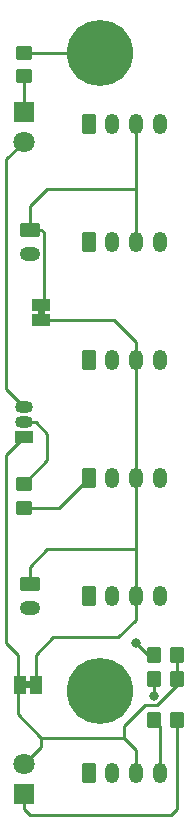
<source format=gbr>
%TF.GenerationSoftware,KiCad,Pcbnew,7.0.2*%
%TF.CreationDate,2023-07-26T10:45:45-04:00*%
%TF.ProjectId,i2csplitter,69326373-706c-4697-9474-65722e6b6963,rev?*%
%TF.SameCoordinates,Original*%
%TF.FileFunction,Copper,L1,Top*%
%TF.FilePolarity,Positive*%
%FSLAX46Y46*%
G04 Gerber Fmt 4.6, Leading zero omitted, Abs format (unit mm)*
G04 Created by KiCad (PCBNEW 7.0.2) date 2023-07-26 10:45:45*
%MOMM*%
%LPD*%
G01*
G04 APERTURE LIST*
G04 Aperture macros list*
%AMRoundRect*
0 Rectangle with rounded corners*
0 $1 Rounding radius*
0 $2 $3 $4 $5 $6 $7 $8 $9 X,Y pos of 4 corners*
0 Add a 4 corners polygon primitive as box body*
4,1,4,$2,$3,$4,$5,$6,$7,$8,$9,$2,$3,0*
0 Add four circle primitives for the rounded corners*
1,1,$1+$1,$2,$3*
1,1,$1+$1,$4,$5*
1,1,$1+$1,$6,$7*
1,1,$1+$1,$8,$9*
0 Add four rect primitives between the rounded corners*
20,1,$1+$1,$2,$3,$4,$5,0*
20,1,$1+$1,$4,$5,$6,$7,0*
20,1,$1+$1,$6,$7,$8,$9,0*
20,1,$1+$1,$8,$9,$2,$3,0*%
G04 Aperture macros list end*
%TA.AperFunction,ComponentPad*%
%ADD10RoundRect,0.250000X-0.350000X-0.625000X0.350000X-0.625000X0.350000X0.625000X-0.350000X0.625000X0*%
%TD*%
%TA.AperFunction,ComponentPad*%
%ADD11O,1.200000X1.750000*%
%TD*%
%TA.AperFunction,SMDPad,CuDef*%
%ADD12RoundRect,0.250000X-0.350000X-0.450000X0.350000X-0.450000X0.350000X0.450000X-0.350000X0.450000X0*%
%TD*%
%TA.AperFunction,ComponentPad*%
%ADD13R,1.800000X1.800000*%
%TD*%
%TA.AperFunction,ComponentPad*%
%ADD14C,1.800000*%
%TD*%
%TA.AperFunction,ComponentPad*%
%ADD15R,1.500000X1.050000*%
%TD*%
%TA.AperFunction,ComponentPad*%
%ADD16O,1.500000X1.050000*%
%TD*%
%TA.AperFunction,ComponentPad*%
%ADD17C,5.600000*%
%TD*%
%TA.AperFunction,SMDPad,CuDef*%
%ADD18RoundRect,0.250000X-0.450000X0.350000X-0.450000X-0.350000X0.450000X-0.350000X0.450000X0.350000X0*%
%TD*%
%TA.AperFunction,ComponentPad*%
%ADD19RoundRect,0.250000X-0.625000X0.350000X-0.625000X-0.350000X0.625000X-0.350000X0.625000X0.350000X0*%
%TD*%
%TA.AperFunction,ComponentPad*%
%ADD20O,1.750000X1.200000*%
%TD*%
%TA.AperFunction,SMDPad,CuDef*%
%ADD21RoundRect,0.250000X0.350000X0.450000X-0.350000X0.450000X-0.350000X-0.450000X0.350000X-0.450000X0*%
%TD*%
%TA.AperFunction,SMDPad,CuDef*%
%ADD22R,1.500000X1.000000*%
%TD*%
%TA.AperFunction,SMDPad,CuDef*%
%ADD23RoundRect,0.250000X0.450000X-0.350000X0.450000X0.350000X-0.450000X0.350000X-0.450000X-0.350000X0*%
%TD*%
%TA.AperFunction,SMDPad,CuDef*%
%ADD24R,1.000000X1.500000*%
%TD*%
%TA.AperFunction,ViaPad*%
%ADD25C,0.800000*%
%TD*%
%TA.AperFunction,Conductor*%
%ADD26C,0.250000*%
%TD*%
G04 APERTURE END LIST*
%TA.AperFunction,EtchedComponent*%
%TO.C,JP1*%
G36*
X108300000Y-66250000D02*
G01*
X107700000Y-66250000D01*
X107700000Y-65750000D01*
X108300000Y-65750000D01*
X108300000Y-66250000D01*
G37*
%TD.AperFunction*%
%TA.AperFunction,EtchedComponent*%
%TO.C,JP2*%
G36*
X107100000Y-97800000D02*
G01*
X106600000Y-97800000D01*
X106600000Y-97200000D01*
X107100000Y-97200000D01*
X107100000Y-97800000D01*
G37*
%TD.AperFunction*%
%TD*%
D10*
%TO.P,J4,1,Pin_1*%
%TO.N,SCL*%
X112000000Y-70000000D03*
D11*
%TO.P,J4,2,Pin_2*%
%TO.N,SDA*%
X114000000Y-70000000D03*
%TO.P,J4,3,Pin_3*%
%TO.N,+3.3V*%
X116000000Y-70000000D03*
%TO.P,J4,4,Pin_4*%
%TO.N,GND*%
X118000000Y-70000000D03*
%TD*%
D12*
%TO.P,R5,1*%
%TO.N,SDA*%
X117500000Y-97000000D03*
%TO.P,R5,2*%
%TO.N,VCC*%
X119500000Y-97000000D03*
%TD*%
D13*
%TO.P,D1,1,K*%
%TO.N,Net-(D1-K)*%
X106500000Y-106775000D03*
D14*
%TO.P,D1,2,A*%
%TO.N,VCC*%
X106500000Y-104235000D03*
%TD*%
D15*
%TO.P,Q1,1,E*%
%TO.N,VCC*%
X106500000Y-76540000D03*
D16*
%TO.P,Q1,2,B*%
%TO.N,Net-(Q1-B)*%
X106500000Y-75270000D03*
%TO.P,Q1,3,C*%
%TO.N,Net-(D2-A)*%
X106500000Y-74000000D03*
%TD*%
D10*
%TO.P,J5,1,Pin_1*%
%TO.N,SCL*%
X112000000Y-60000000D03*
D11*
%TO.P,J5,2,Pin_2*%
%TO.N,SDA*%
X114000000Y-60000000D03*
%TO.P,J5,3,Pin_3*%
%TO.N,Net-(J5-Pin_3)*%
X116000000Y-60000000D03*
%TO.P,J5,4,Pin_4*%
%TO.N,GND*%
X118000000Y-60000000D03*
%TD*%
D17*
%TO.P,H2,1,1*%
%TO.N,GND*%
X113000000Y-44000000D03*
%TD*%
D18*
%TO.P,R3,1*%
%TO.N,GND*%
X106500000Y-44000000D03*
%TO.P,R3,2*%
%TO.N,Net-(D2-K)*%
X106500000Y-46000000D03*
%TD*%
D17*
%TO.P,H1,1,1*%
%TO.N,GND*%
X113000000Y-98000000D03*
%TD*%
D19*
%TO.P,J8,1,Pin_1*%
%TO.N,Net-(J5-Pin_3)*%
X107000000Y-59000000D03*
D20*
%TO.P,J8,2,Pin_2*%
%TO.N,GND*%
X107000000Y-61000000D03*
%TD*%
D13*
%TO.P,D2,1,K*%
%TO.N,Net-(D2-K)*%
X106500000Y-49000000D03*
D14*
%TO.P,D2,2,A*%
%TO.N,Net-(D2-A)*%
X106500000Y-51540000D03*
%TD*%
D12*
%TO.P,R4,1*%
%TO.N,SCL*%
X117500000Y-95000000D03*
%TO.P,R4,2*%
%TO.N,VCC*%
X119500000Y-95000000D03*
%TD*%
D10*
%TO.P,J2,1,Pin_1*%
%TO.N,SCL*%
X112000000Y-90000000D03*
D11*
%TO.P,J2,2,Pin_2*%
%TO.N,SDA*%
X114000000Y-90000000D03*
%TO.P,J2,3,Pin_3*%
%TO.N,+3.3V*%
X116000000Y-90000000D03*
%TO.P,J2,4,Pin_4*%
%TO.N,GND*%
X118000000Y-90000000D03*
%TD*%
D19*
%TO.P,J7,1,Pin_1*%
%TO.N,+3.3V*%
X107000000Y-89000000D03*
D20*
%TO.P,J7,2,Pin_2*%
%TO.N,GND*%
X107000000Y-91000000D03*
%TD*%
D21*
%TO.P,R1,1*%
%TO.N,Net-(D1-K)*%
X119500000Y-100500000D03*
%TO.P,R1,2*%
%TO.N,GND*%
X117500000Y-100500000D03*
%TD*%
D22*
%TO.P,JP1,1,A*%
%TO.N,+3.3V*%
X108000000Y-66650000D03*
%TO.P,JP1,2,B*%
%TO.N,Net-(J5-Pin_3)*%
X108000000Y-65350000D03*
%TD*%
D23*
%TO.P,R2,1*%
%TO.N,SCL*%
X106500000Y-82500000D03*
%TO.P,R2,2*%
%TO.N,Net-(Q1-B)*%
X106500000Y-80500000D03*
%TD*%
D10*
%TO.P,J3,1,Pin_1*%
%TO.N,SCL*%
X112000000Y-80000000D03*
D11*
%TO.P,J3,2,Pin_2*%
%TO.N,SDA*%
X114000000Y-80000000D03*
%TO.P,J3,3,Pin_3*%
%TO.N,+3.3V*%
X116000000Y-80000000D03*
%TO.P,J3,4,Pin_4*%
%TO.N,GND*%
X118000000Y-80000000D03*
%TD*%
D10*
%TO.P,J1,1,Pin_1*%
%TO.N,SCL*%
X112000000Y-105000000D03*
D11*
%TO.P,J1,2,Pin_2*%
%TO.N,SDA*%
X114000000Y-105000000D03*
%TO.P,J1,3,Pin_3*%
%TO.N,VCC*%
X116000000Y-105000000D03*
%TO.P,J1,4,Pin_4*%
%TO.N,GND*%
X118000000Y-105000000D03*
%TD*%
D10*
%TO.P,J6,1,Pin_1*%
%TO.N,SCL*%
X112000000Y-50000000D03*
D11*
%TO.P,J6,2,Pin_2*%
%TO.N,SDA*%
X114000000Y-50000000D03*
%TO.P,J6,3,Pin_3*%
%TO.N,Net-(J5-Pin_3)*%
X116000000Y-50000000D03*
%TO.P,J6,4,Pin_4*%
%TO.N,GND*%
X118000000Y-50000000D03*
%TD*%
D24*
%TO.P,JP2,1,A*%
%TO.N,VCC*%
X106200000Y-97500000D03*
%TO.P,JP2,2,B*%
%TO.N,+3.3V*%
X107500000Y-97500000D03*
%TD*%
D25*
%TO.N,SCL*%
X116000000Y-94000000D03*
%TO.N,SDA*%
X117500000Y-98500000D03*
%TD*%
D26*
%TO.N,Net-(D2-A)*%
X105000000Y-72500000D02*
X105000000Y-53000000D01*
X106500000Y-74000000D02*
X105000000Y-72500000D01*
X105000000Y-53000000D02*
X105040000Y-53000000D01*
X105040000Y-53000000D02*
X106500000Y-51540000D01*
%TO.N,+3.3V*%
X108000000Y-66650000D02*
X114150000Y-66650000D01*
X114150000Y-66650000D02*
X116000000Y-68500000D01*
X116000000Y-68500000D02*
X116000000Y-70000000D01*
%TO.N,Net-(J5-Pin_3)*%
X107000000Y-59000000D02*
X108000000Y-59000000D01*
X108000000Y-59000000D02*
X108200000Y-59200000D01*
X108200000Y-59200000D02*
X108200000Y-65150000D01*
X108200000Y-65150000D02*
X108000000Y-65350000D01*
%TO.N,GND*%
X117500000Y-100500000D02*
X118000000Y-101000000D01*
X106500000Y-44000000D02*
X113000000Y-44000000D01*
X118000000Y-101000000D02*
X118000000Y-105000000D01*
%TO.N,SCL*%
X117000000Y-95000000D02*
X116000000Y-94000000D01*
X109500000Y-82500000D02*
X112000000Y-80000000D01*
X117500000Y-95000000D02*
X117000000Y-95000000D01*
X106500000Y-82500000D02*
X109500000Y-82500000D01*
%TO.N,SDA*%
X117500000Y-97000000D02*
X117500000Y-98500000D01*
%TO.N,VCC*%
X119500000Y-95000000D02*
X119500000Y-97000000D01*
X106000000Y-100000000D02*
X106000000Y-95000000D01*
X116000000Y-105000000D02*
X116000000Y-103000000D01*
X119500000Y-97525305D02*
X117800305Y-99225000D01*
X116000000Y-103000000D02*
X115000000Y-102000000D01*
X106000000Y-95000000D02*
X105000000Y-94000000D01*
X108000000Y-102735000D02*
X108000000Y-102000000D01*
X117800305Y-99225000D02*
X116775000Y-99225000D01*
X119500000Y-97000000D02*
X119500000Y-97525305D01*
X105000000Y-78040000D02*
X106500000Y-76540000D01*
X116775000Y-99225000D02*
X115000000Y-101000000D01*
X115000000Y-102000000D02*
X108000000Y-102000000D01*
X108000000Y-102000000D02*
X106000000Y-100000000D01*
X115000000Y-101000000D02*
X115000000Y-102000000D01*
X106500000Y-104235000D02*
X108000000Y-102735000D01*
X105000000Y-94000000D02*
X105000000Y-78040000D01*
%TO.N,+3.3V*%
X108500000Y-86000000D02*
X116000000Y-86000000D01*
X109000000Y-93500000D02*
X114500000Y-93500000D01*
X116000000Y-92000000D02*
X116000000Y-90000000D01*
X116000000Y-86000000D02*
X116000000Y-90000000D01*
X107500000Y-95000000D02*
X109000000Y-93500000D01*
X107000000Y-87500000D02*
X108500000Y-86000000D01*
X116000000Y-70000000D02*
X116000000Y-86000000D01*
X107500000Y-97500000D02*
X107500000Y-95000000D01*
X107000000Y-89000000D02*
X107000000Y-87500000D01*
X114500000Y-93500000D02*
X116000000Y-92000000D01*
%TO.N,Net-(J5-Pin_3)*%
X108500000Y-55500000D02*
X116000000Y-55500000D01*
X116000000Y-55500000D02*
X116000000Y-60000000D01*
X107000000Y-59000000D02*
X107000000Y-57000000D01*
X116000000Y-50000000D02*
X116000000Y-55500000D01*
X107000000Y-57000000D02*
X108500000Y-55500000D01*
%TO.N,Net-(D1-K)*%
X107000000Y-108500000D02*
X119000000Y-108500000D01*
X106500000Y-106775000D02*
X106500000Y-108000000D01*
X106500000Y-108000000D02*
X107000000Y-108500000D01*
X119500000Y-108000000D02*
X119500000Y-100500000D01*
X119000000Y-108500000D02*
X119500000Y-108000000D01*
%TO.N,Net-(D2-K)*%
X106500000Y-49000000D02*
X106500000Y-46000000D01*
%TO.N,Net-(Q1-B)*%
X107500000Y-75270000D02*
X106500000Y-75270000D01*
X106500000Y-80500000D02*
X108500000Y-78500000D01*
X108500000Y-78500000D02*
X108500000Y-76270000D01*
X108500000Y-76270000D02*
X107500000Y-75270000D01*
%TD*%
M02*

</source>
